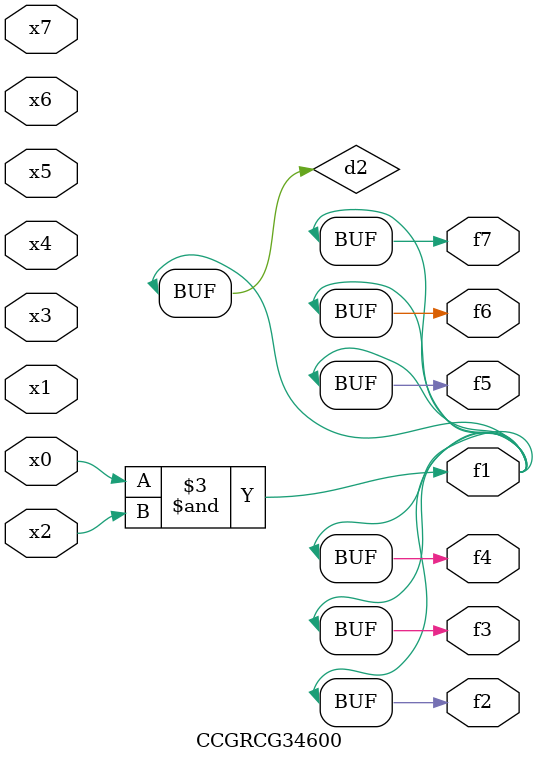
<source format=v>
module CCGRCG34600(
	input x0, x1, x2, x3, x4, x5, x6, x7,
	output f1, f2, f3, f4, f5, f6, f7
);

	wire d1, d2;

	nor (d1, x3, x6);
	and (d2, x0, x2);
	assign f1 = d2;
	assign f2 = d2;
	assign f3 = d2;
	assign f4 = d2;
	assign f5 = d2;
	assign f6 = d2;
	assign f7 = d2;
endmodule

</source>
